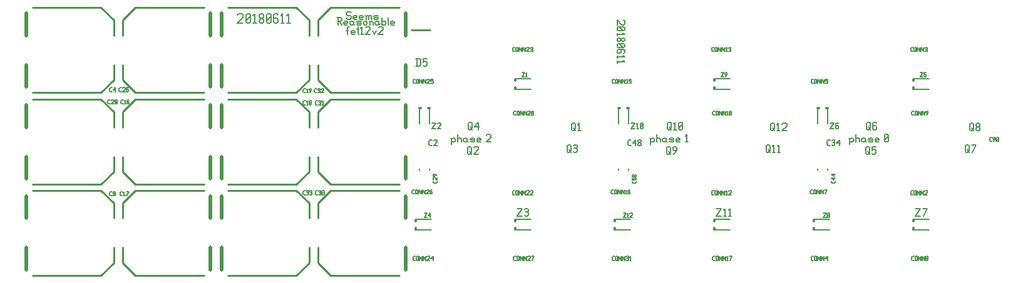
<source format=gbr>
G04 start of page 11 for group -4079 idx -4079 *
G04 Title: fet12v2, topsilk *
G04 Creator: pcb 20140316 *
G04 CreationDate: Wed 13 Jun 2018 07:35:06 AM GMT UTC *
G04 For: brian *
G04 Format: Gerber/RS-274X *
G04 PCB-Dimensions (mil): 6000.00 5000.00 *
G04 PCB-Coordinate-Origin: lower left *
%MOIN*%
%FSLAX25Y25*%
%LNTOPSILK*%
%ADD147C,0.0100*%
%ADD146C,0.0120*%
%ADD145C,0.0080*%
%ADD144C,0.0098*%
%ADD143C,0.0197*%
%ADD142C,0.0060*%
G54D142*X246990Y120070D02*Y117130D01*
X246500Y120560D02*X246990Y120070D01*
X247480Y120560D01*
X248460D01*
X248950Y120070D01*
Y119090D01*
X248460Y118600D02*X248950Y119090D01*
X247480Y118600D02*X248460D01*
X246990Y119090D02*X247480Y118600D01*
X250126Y122520D02*Y118600D01*
Y120070D02*X250616Y120560D01*
X251596D01*
X252086Y120070D01*
Y118600D01*
X254732Y120560D02*X255222Y120070D01*
X253752Y120560D02*X254732D01*
X253262Y120070D02*X253752Y120560D01*
X253262Y120070D02*Y119090D01*
X253752Y118600D01*
X255222Y120560D02*Y119090D01*
X255712Y118600D01*
X253752D02*X254732D01*
X255222Y119090D01*
X257378Y118600D02*X258848D01*
X259338Y119090D01*
X258848Y119580D02*X259338Y119090D01*
X257378Y119580D02*X258848D01*
X256888Y120070D02*X257378Y119580D01*
X256888Y120070D02*X257378Y120560D01*
X258848D01*
X259338Y120070D01*
X256888Y119090D02*X257378Y118600D01*
X261004D02*X262474D01*
X260514Y119090D02*X261004Y118600D01*
X260514Y120070D02*Y119090D01*
Y120070D02*X261004Y120560D01*
X261984D01*
X262474Y120070D01*
X260514Y119580D02*X262474D01*
Y120070D02*Y119580D01*
X265414Y122030D02*X265904Y122520D01*
X267374D01*
X267864Y122030D01*
Y121050D01*
X265414Y118600D02*X267864Y121050D01*
X265414Y118600D02*X267864D01*
X133000Y186200D02*X133600Y186800D01*
X135400D01*
X136000Y186200D01*
Y185000D01*
X133000Y182000D02*X136000Y185000D01*
X133000Y182000D02*X136000D01*
X137440Y182600D02*X138040Y182000D01*
X137440Y186200D02*Y182600D01*
Y186200D02*X138040Y186800D01*
X139240D01*
X139840Y186200D01*
Y182600D01*
X139240Y182000D02*X139840Y182600D01*
X138040Y182000D02*X139240D01*
X137440Y183200D02*X139840Y185600D01*
X141280Y185840D02*X142240Y186800D01*
Y182000D01*
X141280D02*X143080D01*
X144520Y182600D02*X145120Y182000D01*
X144520Y183560D02*Y182600D01*
Y183560D02*X145360Y184400D01*
X146080D01*
X146920Y183560D01*
Y182600D01*
X146320Y182000D02*X146920Y182600D01*
X145120Y182000D02*X146320D01*
X144520Y185240D02*X145360Y184400D01*
X144520Y186200D02*Y185240D01*
Y186200D02*X145120Y186800D01*
X146320D01*
X146920Y186200D01*
Y185240D01*
X146080Y184400D02*X146920Y185240D01*
X148360Y182600D02*X148960Y182000D01*
X148360Y186200D02*Y182600D01*
Y186200D02*X148960Y186800D01*
X150160D01*
X150760Y186200D01*
Y182600D01*
X150160Y182000D02*X150760Y182600D01*
X148960Y182000D02*X150160D01*
X148360Y183200D02*X150760Y185600D01*
X154000Y186800D02*X154600Y186200D01*
X152800Y186800D02*X154000D01*
X152200Y186200D02*X152800Y186800D01*
X152200Y186200D02*Y182600D01*
X152800Y182000D01*
X154000Y184640D02*X154600Y184040D01*
X152200Y184640D02*X154000D01*
X152800Y182000D02*X154000D01*
X154600Y182600D01*
Y184040D02*Y182600D01*
X156040Y185840D02*X157000Y186800D01*
Y182000D01*
X156040D02*X157840D01*
X159280Y185840D02*X160240Y186800D01*
Y182000D01*
X159280D02*X161080D01*
X192960Y188020D02*X193450Y187530D01*
X191490Y188020D02*X192960D01*
X191000Y187530D02*X191490Y188020D01*
X191000Y187530D02*Y186550D01*
X191490Y186060D01*
X192960D01*
X193450Y185570D01*
Y184590D01*
X192960Y184100D02*X193450Y184590D01*
X191490Y184100D02*X192960D01*
X191000Y184590D02*X191490Y184100D01*
X195116D02*X196586D01*
X194626Y184590D02*X195116Y184100D01*
X194626Y185570D02*Y184590D01*
Y185570D02*X195116Y186060D01*
X196096D01*
X196586Y185570D01*
X194626Y185080D02*X196586D01*
Y185570D02*Y185080D01*
X198252Y184100D02*X199722D01*
X197762Y184590D02*X198252Y184100D01*
X197762Y185570D02*Y184590D01*
Y185570D02*X198252Y186060D01*
X199232D01*
X199722Y185570D01*
X197762Y185080D02*X199722D01*
Y185570D02*Y185080D01*
X201388Y185570D02*Y184100D01*
Y185570D02*X201878Y186060D01*
X202368D01*
X202858Y185570D01*
Y184100D01*
Y185570D02*X203348Y186060D01*
X203838D01*
X204328Y185570D01*
Y184100D01*
X200898Y186060D02*X201388Y185570D01*
X205994Y184100D02*X207464D01*
X207954Y184590D01*
X207464Y185080D02*X207954Y184590D01*
X205994Y185080D02*X207464D01*
X205504Y185570D02*X205994Y185080D01*
X205504Y185570D02*X205994Y186060D01*
X207464D01*
X207954Y185570D01*
X205504Y184590D02*X205994Y184100D01*
X186000Y185020D02*X187960D01*
X188450Y184530D01*
Y183550D01*
X187960Y183060D02*X188450Y183550D01*
X186490Y183060D02*X187960D01*
X186490Y185020D02*Y181100D01*
X187274Y183060D02*X188450Y181100D01*
X190116D02*X191586D01*
X189626Y181590D02*X190116Y181100D01*
X189626Y182570D02*Y181590D01*
Y182570D02*X190116Y183060D01*
X191096D01*
X191586Y182570D01*
X189626Y182080D02*X191586D01*
Y182570D02*Y182080D01*
X194232Y183060D02*X194722Y182570D01*
X193252Y183060D02*X194232D01*
X192762Y182570D02*X193252Y183060D01*
X192762Y182570D02*Y181590D01*
X193252Y181100D01*
X194722Y183060D02*Y181590D01*
X195212Y181100D01*
X193252D02*X194232D01*
X194722Y181590D01*
X196878Y181100D02*X198348D01*
X198838Y181590D01*
X198348Y182080D02*X198838Y181590D01*
X196878Y182080D02*X198348D01*
X196388Y182570D02*X196878Y182080D01*
X196388Y182570D02*X196878Y183060D01*
X198348D01*
X198838Y182570D01*
X196388Y181590D02*X196878Y181100D01*
X200014Y182570D02*Y181590D01*
Y182570D02*X200504Y183060D01*
X201484D01*
X201974Y182570D01*
Y181590D01*
X201484Y181100D02*X201974Y181590D01*
X200504Y181100D02*X201484D01*
X200014Y181590D02*X200504Y181100D01*
X203640Y182570D02*Y181100D01*
Y182570D02*X204130Y183060D01*
X204620D01*
X205110Y182570D01*
Y181100D01*
X203150Y183060D02*X203640Y182570D01*
X207756Y183060D02*X208246Y182570D01*
X206776Y183060D02*X207756D01*
X206286Y182570D02*X206776Y183060D01*
X206286Y182570D02*Y181590D01*
X206776Y181100D01*
X208246Y183060D02*Y181590D01*
X208736Y181100D01*
X206776D02*X207756D01*
X208246Y181590D01*
X209912Y185020D02*Y181100D01*
Y181590D02*X210402Y181100D01*
X211382D01*
X211872Y181590D01*
Y182570D02*Y181590D01*
X211382Y183060D02*X211872Y182570D01*
X210402Y183060D02*X211382D01*
X209912Y182570D02*X210402Y183060D01*
X213048Y185020D02*Y181590D01*
X213538Y181100D01*
X215008D02*X216478D01*
X214518Y181590D02*X215008Y181100D01*
X214518Y182570D02*Y181590D01*
Y182570D02*X215008Y183060D01*
X215988D01*
X216478Y182570D01*
X214518Y182080D02*X216478D01*
Y182570D02*Y182080D01*
X191490Y179530D02*Y176100D01*
Y179530D02*X191980Y180020D01*
X192470D01*
X191000Y178060D02*X191980D01*
X193940Y176100D02*X195410D01*
X193450Y176590D02*X193940Y176100D01*
X193450Y177570D02*Y176590D01*
Y177570D02*X193940Y178060D01*
X194920D01*
X195410Y177570D01*
X193450Y177080D02*X195410D01*
Y177570D02*Y177080D01*
X197076Y180020D02*Y176590D01*
X197566Y176100D01*
X196586Y178550D02*X197566D01*
X198546Y179236D02*X199330Y180020D01*
Y176100D01*
X198546D02*X200016D01*
X201192Y179530D02*X201682Y180020D01*
X203152D01*
X203642Y179530D01*
Y178550D01*
X201192Y176100D02*X203642Y178550D01*
X201192Y176100D02*X203642D01*
X204818Y178060D02*X205798Y176100D01*
X206778Y178060D02*X205798Y176100D01*
X207954Y179530D02*X208444Y180020D01*
X209914D01*
X210404Y179530D01*
Y178550D01*
X207954Y176100D02*X210404Y178550D01*
X207954Y176100D02*X210404D01*
X352990Y120070D02*Y117130D01*
X352500Y120560D02*X352990Y120070D01*
X353480Y120560D01*
X354460D01*
X354950Y120070D01*
Y119090D01*
X354460Y118600D02*X354950Y119090D01*
X353480Y118600D02*X354460D01*
X352990Y119090D02*X353480Y118600D01*
X356126Y122520D02*Y118600D01*
Y120070D02*X356616Y120560D01*
X357596D01*
X358086Y120070D01*
Y118600D01*
X360732Y120560D02*X361222Y120070D01*
X359752Y120560D02*X360732D01*
X359262Y120070D02*X359752Y120560D01*
X359262Y120070D02*Y119090D01*
X359752Y118600D01*
X361222Y120560D02*Y119090D01*
X361712Y118600D01*
X359752D02*X360732D01*
X361222Y119090D01*
X363378Y118600D02*X364848D01*
X365338Y119090D01*
X364848Y119580D02*X365338Y119090D01*
X363378Y119580D02*X364848D01*
X362888Y120070D02*X363378Y119580D01*
X362888Y120070D02*X363378Y120560D01*
X364848D01*
X365338Y120070D01*
X362888Y119090D02*X363378Y118600D01*
X367004D02*X368474D01*
X366514Y119090D02*X367004Y118600D01*
X366514Y120070D02*Y119090D01*
Y120070D02*X367004Y120560D01*
X367984D01*
X368474Y120070D01*
X366514Y119580D02*X368474D01*
Y120070D02*Y119580D01*
X371414Y121736D02*X372198Y122520D01*
Y118600D01*
X371414D02*X372884D01*
X458990Y120070D02*Y117130D01*
X458500Y120560D02*X458990Y120070D01*
X459480Y120560D01*
X460460D01*
X460950Y120070D01*
Y119090D01*
X460460Y118600D02*X460950Y119090D01*
X459480Y118600D02*X460460D01*
X458990Y119090D02*X459480Y118600D01*
X462126Y122520D02*Y118600D01*
Y120070D02*X462616Y120560D01*
X463596D01*
X464086Y120070D01*
Y118600D01*
X466732Y120560D02*X467222Y120070D01*
X465752Y120560D02*X466732D01*
X465262Y120070D02*X465752Y120560D01*
X465262Y120070D02*Y119090D01*
X465752Y118600D01*
X467222Y120560D02*Y119090D01*
X467712Y118600D01*
X465752D02*X466732D01*
X467222Y119090D01*
X469378Y118600D02*X470848D01*
X471338Y119090D01*
X470848Y119580D02*X471338Y119090D01*
X469378Y119580D02*X470848D01*
X468888Y120070D02*X469378Y119580D01*
X468888Y120070D02*X469378Y120560D01*
X470848D01*
X471338Y120070D01*
X468888Y119090D02*X469378Y118600D01*
X473004D02*X474474D01*
X472514Y119090D02*X473004Y118600D01*
X472514Y120070D02*Y119090D01*
Y120070D02*X473004Y120560D01*
X473984D01*
X474474Y120070D01*
X472514Y119580D02*X474474D01*
Y120070D02*Y119580D01*
X477414Y119090D02*X477904Y118600D01*
X477414Y122030D02*Y119090D01*
Y122030D02*X477904Y122520D01*
X478884D01*
X479374Y122030D01*
Y119090D01*
X478884Y118600D02*X479374Y119090D01*
X477904Y118600D02*X478884D01*
X477414Y119580D02*X479374Y121540D01*
X338530Y183500D02*X339020Y183010D01*
Y181540D01*
X338530Y181050D01*
X337550D02*X338530D01*
X335100Y183500D02*X337550Y181050D01*
X335100Y183500D02*Y181050D01*
X335590Y179874D02*X335100Y179384D01*
X335590Y179874D02*X338530D01*
X339020Y179384D01*
Y178404D01*
X338530Y177914D01*
X335590D02*X338530D01*
X335100Y178404D02*X335590Y177914D01*
X335100Y179384D02*Y178404D01*
X336080Y179874D02*X338040Y177914D01*
X338236Y176738D02*X339020Y175954D01*
X335100D02*X339020D01*
X335100Y176738D02*Y175268D01*
X335590Y174092D02*X335100Y173602D01*
X335590Y174092D02*X336374D01*
X337060Y173406D01*
Y172818D01*
X336374Y172132D01*
X335590D02*X336374D01*
X335100Y172622D02*X335590Y172132D01*
X335100Y173602D02*Y172622D01*
X337746Y174092D02*X337060Y173406D01*
X337746Y174092D02*X338530D01*
X339020Y173602D01*
Y172622D01*
X338530Y172132D01*
X337746D02*X338530D01*
X337060Y172818D02*X337746Y172132D01*
X335590Y170956D02*X335100Y170466D01*
X335590Y170956D02*X338530D01*
X339020Y170466D01*
Y169486D01*
X338530Y168996D01*
X335590D02*X338530D01*
X335100Y169486D02*X335590Y168996D01*
X335100Y170466D02*Y169486D01*
X336080Y170956D02*X338040Y168996D01*
X339020Y166350D02*X338530Y165860D01*
X339020Y167330D02*Y166350D01*
X338530Y167820D02*X339020Y167330D01*
X335590Y167820D02*X338530D01*
X335590D02*X335100Y167330D01*
X337256Y166350D02*X336766Y165860D01*
X337256Y167820D02*Y166350D01*
X335100Y167330D02*Y166350D01*
X335590Y165860D01*
X336766D01*
X338236Y164684D02*X339020Y163900D01*
X335100D02*X339020D01*
X335100Y164684D02*Y163214D01*
X338236Y162038D02*X339020Y161254D01*
X335100D02*X339020D01*
X335100Y162038D02*Y160568D01*
G54D143*X124469Y62126D02*Y50315D01*
Y89685D02*Y77874D01*
G54D144*X127815Y47362D02*X164331D01*
X127815Y92638D02*X164331D01*
X171024Y85945D01*
X164331Y47362D02*X171024Y54055D01*
Y85945D02*Y77874D01*
Y62126D02*Y54055D01*
G54D143*X222531Y89685D02*Y77874D01*
Y62126D02*Y50315D01*
G54D144*X182669Y92638D02*X219185D01*
X182669Y47362D02*X219185D01*
X182669D02*X175976Y54055D01*
X182669Y92638D02*X175976Y85945D01*
Y62126D02*Y54055D01*
Y85945D02*Y77874D01*
G54D143*X118531Y89685D02*Y77874D01*
Y62126D02*Y50315D01*
G54D144*X78669Y92638D02*X115185D01*
X78669Y47362D02*X115185D01*
X78669D02*X71976Y54055D01*
X78669Y92638D02*X71976Y85945D01*
Y62126D02*Y54055D01*
Y85945D02*Y77874D01*
G54D145*X235255Y104393D02*Y103607D01*
X229745Y104393D02*Y103607D01*
G54D146*X227866Y77059D02*Y76350D01*
Y72650D02*Y71941D01*
G54D145*X227669Y77256D02*X236331D01*
X227669Y71744D02*X236331D01*
G54D143*X20469Y62126D02*Y50315D01*
Y89685D02*Y77874D01*
G54D144*X23815Y47362D02*X60331D01*
X23815Y92638D02*X60331D01*
X67024Y85945D01*
X60331Y47362D02*X67024Y54055D01*
Y85945D02*Y77874D01*
Y62126D02*Y54055D01*
G54D143*X222531Y187185D02*Y175374D01*
Y159626D02*Y147815D01*
G54D144*X182669Y190138D02*X219185D01*
X182669Y144862D02*X219185D01*
X182669D02*X175976Y151555D01*
X182669Y190138D02*X175976Y183445D01*
Y159626D02*Y151555D01*
Y183445D02*Y175374D01*
G54D143*X222531Y138185D02*Y126374D01*
Y110626D02*Y98815D01*
G54D144*X182669Y141138D02*X219185D01*
X182669Y95862D02*X219185D01*
X182669D02*X175976Y102555D01*
X182669Y141138D02*X175976Y134445D01*
Y110626D02*Y102555D01*
Y134445D02*Y126374D01*
G54D146*X234350Y136634D02*X235059D01*
X229941D02*X230650D01*
G54D145*X235256Y136831D02*Y128169D01*
X229744Y136831D02*Y128169D01*
G54D143*X118531Y187185D02*Y175374D01*
Y159626D02*Y147815D01*
G54D144*X78669Y190138D02*X115185D01*
X78669Y144862D02*X115185D01*
X78669D02*X71976Y151555D01*
X78669Y190138D02*X71976Y183445D01*
Y159626D02*Y151555D01*
Y183445D02*Y175374D01*
G54D143*X118531Y138185D02*Y126374D01*
Y110626D02*Y98815D01*
G54D144*X78669Y141138D02*X115185D01*
X78669Y95862D02*X115185D01*
X78669D02*X71976Y102555D01*
X78669Y141138D02*X71976Y134445D01*
Y110626D02*Y102555D01*
Y134445D02*Y126374D01*
G54D143*X20469Y110626D02*Y98815D01*
Y138185D02*Y126374D01*
G54D144*X23815Y95862D02*X60331D01*
X23815Y141138D02*X60331D01*
X67024Y134445D01*
X60331Y95862D02*X67024Y102555D01*
Y134445D02*Y126374D01*
Y110626D02*Y102555D01*
G54D143*X20469Y159626D02*Y147815D01*
Y187185D02*Y175374D01*
G54D144*X23815Y144862D02*X60331D01*
X23815Y190138D02*X60331D01*
X67024Y183445D01*
X60331Y144862D02*X67024Y151555D01*
Y183445D02*Y175374D01*
Y159626D02*Y151555D01*
G54D143*X124469Y159626D02*Y147815D01*
Y187185D02*Y175374D01*
G54D144*X127815Y144862D02*X164331D01*
X127815Y190138D02*X164331D01*
X171024Y183445D01*
X164331Y144862D02*X171024Y151555D01*
Y183445D02*Y175374D01*
Y159626D02*Y151555D01*
G54D143*X124469Y110626D02*Y98815D01*
Y138185D02*Y126374D01*
G54D144*X127815Y95862D02*X164331D01*
X127815Y141138D02*X164331D01*
X171024Y134445D01*
X164331Y95862D02*X171024Y102555D01*
Y134445D02*Y126374D01*
Y110626D02*Y102555D01*
G54D146*X492866Y152059D02*Y151350D01*
Y147650D02*Y146941D01*
G54D145*X492669Y152256D02*X501331D01*
X492669Y146744D02*X501331D01*
G54D146*X492866Y77059D02*Y76350D01*
Y72650D02*Y71941D01*
G54D145*X492669Y77256D02*X501331D01*
X492669Y71744D02*X501331D01*
G54D146*X439866Y77059D02*Y76350D01*
Y72650D02*Y71941D01*
G54D145*X439669Y77256D02*X448331D01*
X439669Y71744D02*X448331D01*
X447255Y104393D02*Y103607D01*
X441745Y104393D02*Y103607D01*
G54D146*X446350Y136634D02*X447059D01*
X441941D02*X442650D01*
G54D145*X447256Y136831D02*Y128169D01*
X441744Y136831D02*Y128169D01*
G54D146*X386866Y152059D02*Y151350D01*
Y147650D02*Y146941D01*
G54D145*X386669Y152256D02*X395331D01*
X386669Y146744D02*X395331D01*
G54D146*X386866Y77059D02*Y76350D01*
Y72650D02*Y71941D01*
G54D145*X386669Y77256D02*X395331D01*
X386669Y71744D02*X395331D01*
X341255Y104393D02*Y103607D01*
X335745Y104393D02*Y103607D01*
G54D146*X340350Y136634D02*X341059D01*
X335941D02*X336650D01*
G54D145*X341256Y136831D02*Y128169D01*
X335744Y136831D02*Y128169D01*
G54D146*X333866Y77059D02*Y76350D01*
Y72650D02*Y71941D01*
G54D145*X333669Y77256D02*X342331D01*
X333669Y71744D02*X342331D01*
G54D147*X225500Y178400D02*X235500D01*
G54D146*X280866Y152059D02*Y151350D01*
Y147650D02*Y146941D01*
G54D145*X280669Y152256D02*X289331D01*
X280669Y146744D02*X289331D01*
G54D146*X280866Y77059D02*Y76350D01*
Y72650D02*Y71941D01*
G54D145*X280669Y77256D02*X289331D01*
X280669Y71744D02*X289331D01*
G54D142*X447532Y116700D02*X448520D01*
X447000Y117232D02*X447532Y116700D01*
X447000Y119208D02*Y117232D01*
Y119208D02*X447532Y119740D01*
X448520D01*
X449432Y119360D02*X449812Y119740D01*
X450572D01*
X450952Y119360D01*
X450572Y116700D02*X450952Y117080D01*
X449812Y116700D02*X450572D01*
X449432Y117080D02*X449812Y116700D01*
Y118372D02*X450572D01*
X450952Y119360D02*Y118752D01*
Y117992D02*Y117080D01*
Y117992D02*X450572Y118372D01*
X450952Y118752D02*X450572Y118372D01*
X451864Y117840D02*X453384Y119740D01*
X451864Y117840D02*X453764D01*
X453384Y119740D02*Y116700D01*
X438878Y149800D02*X439580D01*
X438500Y150178D02*X438878Y149800D01*
X438500Y151582D02*Y150178D01*
Y151582D02*X438878Y151960D01*
X439580D01*
X440228Y151690D02*Y150070D01*
Y151690D02*X440498Y151960D01*
X441038D01*
X441308Y151690D01*
Y150070D01*
X441038Y149800D02*X441308Y150070D01*
X440498Y149800D02*X441038D01*
X440228Y150070D02*X440498Y149800D01*
X441956Y151960D02*Y149800D01*
Y151960D02*X443306Y149800D01*
Y151960D02*Y149800D01*
X443954Y151960D02*Y149800D01*
Y151960D02*X445304Y149800D01*
Y151960D02*Y149800D01*
X445952Y151960D02*X447032D01*
X445952D02*Y150880D01*
X446222Y151150D01*
X446762D01*
X447032Y150880D01*
Y150070D01*
X446762Y149800D02*X447032Y150070D01*
X446222Y149800D02*X446762D01*
X445952Y150070D02*X446222Y149800D01*
X448500Y128730D02*X450425D01*
X448500Y125650D02*X450425Y128730D01*
X448500Y125650D02*X450425D01*
X452504Y128730D02*X452889Y128345D01*
X451734Y128730D02*X452504D01*
X451349Y128345D02*X451734Y128730D01*
X451349Y128345D02*Y126035D01*
X451734Y125650D01*
X452504Y127344D02*X452889Y126959D01*
X451349Y127344D02*X452504D01*
X451734Y125650D02*X452504D01*
X452889Y126035D01*
Y126959D02*Y126035D01*
X491878Y166800D02*X492580D01*
X491500Y167178D02*X491878Y166800D01*
X491500Y168582D02*Y167178D01*
Y168582D02*X491878Y168960D01*
X492580D01*
X493228Y168690D02*Y167070D01*
Y168690D02*X493498Y168960D01*
X494038D01*
X494308Y168690D01*
Y167070D01*
X494038Y166800D02*X494308Y167070D01*
X493498Y166800D02*X494038D01*
X493228Y167070D02*X493498Y166800D01*
X494956Y168960D02*Y166800D01*
Y168960D02*X496306Y166800D01*
Y168960D02*Y166800D01*
X496954Y168960D02*Y166800D01*
Y168960D02*X498304Y166800D01*
Y168960D02*Y166800D01*
X498952Y168690D02*X499222Y168960D01*
X499762D01*
X500032Y168690D01*
X499762Y166800D02*X500032Y167070D01*
X499222Y166800D02*X499762D01*
X498952Y167070D02*X499222Y166800D01*
Y167988D02*X499762D01*
X500032Y168690D02*Y168258D01*
Y167718D02*Y167070D01*
Y167718D02*X499762Y167988D01*
X500032Y168258D02*X499762Y167988D01*
X492378Y132800D02*X493080D01*
X492000Y133178D02*X492378Y132800D01*
X492000Y134582D02*Y133178D01*
Y134582D02*X492378Y134960D01*
X493080D01*
X493728Y134690D02*Y133070D01*
Y134690D02*X493998Y134960D01*
X494538D01*
X494808Y134690D01*
Y133070D01*
X494538Y132800D02*X494808Y133070D01*
X493998Y132800D02*X494538D01*
X493728Y133070D02*X493998Y132800D01*
X495456Y134960D02*Y132800D01*
Y134960D02*X496806Y132800D01*
Y134960D02*Y132800D01*
X497454Y134960D02*Y132800D01*
Y134960D02*X498804Y132800D01*
Y134960D02*Y132800D01*
X499722D02*X500532Y133880D01*
Y134690D02*Y133880D01*
X500262Y134960D02*X500532Y134690D01*
X499722Y134960D02*X500262D01*
X499452Y134690D02*X499722Y134960D01*
X499452Y134690D02*Y134150D01*
X499722Y133880D01*
X500532D01*
X496500Y155460D02*X497850D01*
X496500Y153300D02*X497850Y155460D01*
X496500Y153300D02*X497850D01*
X498498Y155460D02*X499578D01*
X498498D02*Y154380D01*
X498768Y154650D01*
X499308D01*
X499578Y154380D01*
Y153570D01*
X499308Y153300D02*X499578Y153570D01*
X498768Y153300D02*X499308D01*
X498498Y153570D02*X498768Y153300D01*
X468000Y128500D02*Y125500D01*
Y128500D02*X468500Y129000D01*
X469500D01*
X470000Y128500D01*
Y126000D01*
X469000Y125000D02*X470000Y126000D01*
X468500Y125000D02*X469000D01*
X468000Y125500D02*X468500Y125000D01*
X469000Y126500D02*X470000Y125000D01*
X472700Y129000D02*X473200Y128500D01*
X471700Y129000D02*X472700D01*
X471200Y128500D02*X471700Y129000D01*
X471200Y128500D02*Y125500D01*
X471700Y125000D01*
X472700Y127200D02*X473200Y126700D01*
X471200Y127200D02*X472700D01*
X471700Y125000D02*X472700D01*
X473200Y125500D01*
Y126700D02*Y125500D01*
X386378Y132800D02*X387080D01*
X386000Y133178D02*X386378Y132800D01*
X386000Y134582D02*Y133178D01*
Y134582D02*X386378Y134960D01*
X387080D01*
X387728Y134690D02*Y133070D01*
Y134690D02*X387998Y134960D01*
X388538D01*
X388808Y134690D01*
Y133070D01*
X388538Y132800D02*X388808Y133070D01*
X387998Y132800D02*X388538D01*
X387728Y133070D02*X387998Y132800D01*
X389456Y134960D02*Y132800D01*
Y134960D02*X390806Y132800D01*
Y134960D02*Y132800D01*
X391454Y134960D02*Y132800D01*
Y134960D02*X392804Y132800D01*
Y134960D02*Y132800D01*
X393452Y134528D02*X393884Y134960D01*
Y132800D01*
X393452D02*X394262D01*
X394910Y133070D02*X395180Y132800D01*
X394910Y133502D02*Y133070D01*
Y133502D02*X395288Y133880D01*
X395612D01*
X395990Y133502D01*
Y133070D01*
X395720Y132800D02*X395990Y133070D01*
X395180Y132800D02*X395720D01*
X394910Y134258D02*X395288Y133880D01*
X394910Y134690D02*Y134258D01*
Y134690D02*X395180Y134960D01*
X395720D01*
X395990Y134690D01*
Y134258D01*
X395612Y133880D02*X395990Y134258D01*
X362000Y128500D02*Y125500D01*
Y128500D02*X362500Y129000D01*
X363500D01*
X364000Y128500D01*
Y126000D01*
X363000Y125000D02*X364000Y126000D01*
X362500Y125000D02*X363000D01*
X362000Y125500D02*X362500Y125000D01*
X363000Y126500D02*X364000Y125000D01*
X365200Y128200D02*X366000Y129000D01*
Y125000D01*
X365200D02*X366700D01*
X367900Y125500D02*X368400Y125000D01*
X367900Y128500D02*Y125500D01*
Y128500D02*X368400Y129000D01*
X369400D01*
X369900Y128500D01*
Y125500D01*
X369400Y125000D02*X369900Y125500D01*
X368400Y125000D02*X369400D01*
X367900Y126000D02*X369900Y128000D01*
X523000D02*Y125000D01*
Y128000D02*X523500Y128500D01*
X524500D01*
X525000Y128000D01*
Y125500D01*
X524000Y124500D02*X525000Y125500D01*
X523500Y124500D02*X524000D01*
X523000Y125000D02*X523500Y124500D01*
X524000Y126000D02*X525000Y124500D01*
X526200Y125000D02*X526700Y124500D01*
X526200Y125800D02*Y125000D01*
Y125800D02*X526900Y126500D01*
X527500D01*
X528200Y125800D01*
Y125000D01*
X527700Y124500D02*X528200Y125000D01*
X526700Y124500D02*X527700D01*
X526200Y127200D02*X526900Y126500D01*
X526200Y128000D02*Y127200D01*
Y128000D02*X526700Y128500D01*
X527700D01*
X528200Y128000D01*
Y127200D01*
X527500Y126500D02*X528200Y127200D01*
X520500Y116500D02*Y113500D01*
Y116500D02*X521000Y117000D01*
X522000D01*
X522500Y116500D01*
Y114000D01*
X521500Y113000D02*X522500Y114000D01*
X521000Y113000D02*X521500D01*
X520500Y113500D02*X521000Y113000D01*
X521500Y114500D02*X522500Y113000D01*
X524200D02*X526200Y117000D01*
X523700D02*X526200D01*
X533878Y118800D02*X534580D01*
X533500Y119178D02*X533878Y118800D01*
X533500Y120582D02*Y119178D01*
Y120582D02*X533878Y120960D01*
X534580D01*
X535498Y118800D02*X536308Y119880D01*
Y120690D02*Y119880D01*
X536038Y120960D02*X536308Y120690D01*
X535498Y120960D02*X536038D01*
X535228Y120690D02*X535498Y120960D01*
X535228Y120690D02*Y120150D01*
X535498Y119880D01*
X536308D01*
X536956Y119070D02*X537226Y118800D01*
X536956Y120690D02*Y119070D01*
Y120690D02*X537226Y120960D01*
X537766D01*
X538036Y120690D01*
Y119070D01*
X537766Y118800D02*X538036Y119070D01*
X537226Y118800D02*X537766D01*
X536956Y119340D02*X538036Y120420D01*
X491878Y90300D02*X492580D01*
X491500Y90678D02*X491878Y90300D01*
X491500Y92082D02*Y90678D01*
Y92082D02*X491878Y92460D01*
X492580D01*
X493228Y92190D02*Y90570D01*
Y92190D02*X493498Y92460D01*
X494038D01*
X494308Y92190D01*
Y90570D01*
X494038Y90300D02*X494308Y90570D01*
X493498Y90300D02*X494038D01*
X493228Y90570D02*X493498Y90300D01*
X494956Y92460D02*Y90300D01*
Y92460D02*X496306Y90300D01*
Y92460D02*Y90300D01*
X496954Y92460D02*Y90300D01*
Y92460D02*X498304Y90300D01*
Y92460D02*Y90300D01*
X498952Y92190D02*X499222Y92460D01*
X500032D01*
X500302Y92190D01*
Y91650D01*
X498952Y90300D02*X500302Y91650D01*
X498952Y90300D02*X500302D01*
X494000Y83000D02*X496500D01*
X494000Y79000D02*X496500Y83000D01*
X494000Y79000D02*X496500D01*
X498200D02*X500200Y83000D01*
X497700D02*X500200D01*
X492378Y55300D02*X493080D01*
X492000Y55678D02*X492378Y55300D01*
X492000Y57082D02*Y55678D01*
Y57082D02*X492378Y57460D01*
X493080D01*
X493728Y57190D02*Y55570D01*
Y57190D02*X493998Y57460D01*
X494538D01*
X494808Y57190D01*
Y55570D01*
X494538Y55300D02*X494808Y55570D01*
X493998Y55300D02*X494538D01*
X493728Y55570D02*X493998Y55300D01*
X495456Y57460D02*Y55300D01*
Y57460D02*X496806Y55300D01*
Y57460D02*Y55300D01*
X497454Y57460D02*Y55300D01*
Y57460D02*X498804Y55300D01*
Y57460D02*Y55300D01*
X499452Y55570D02*X499722Y55300D01*
X499452Y56002D02*Y55570D01*
Y56002D02*X499830Y56380D01*
X500154D01*
X500532Y56002D01*
Y55570D01*
X500262Y55300D02*X500532Y55570D01*
X499722Y55300D02*X500262D01*
X499452Y56758D02*X499830Y56380D01*
X499452Y57190D02*Y56758D01*
Y57190D02*X499722Y57460D01*
X500262D01*
X500532Y57190D01*
Y56758D01*
X500154Y56380D02*X500532Y56758D01*
X451200Y97580D02*Y96878D01*
X450822Y96500D02*X451200Y96878D01*
X449418Y96500D02*X450822D01*
X449418D02*X449040Y96878D01*
Y97580D02*Y96878D01*
X450390Y98228D02*X449040Y99308D01*
X450390Y99578D02*Y98228D01*
X449040Y99308D02*X451200D01*
X450390Y100226D02*X449040Y101306D01*
X450390Y101576D02*Y100226D01*
X449040Y101306D02*X451200D01*
X438378Y90800D02*X439080D01*
X438000Y91178D02*X438378Y90800D01*
X438000Y92582D02*Y91178D01*
Y92582D02*X438378Y92960D01*
X439080D01*
X439728Y92690D02*Y91070D01*
Y92690D02*X439998Y92960D01*
X440538D01*
X440808Y92690D01*
Y91070D01*
X440538Y90800D02*X440808Y91070D01*
X439998Y90800D02*X440538D01*
X439728Y91070D02*X439998Y90800D01*
X441456Y92960D02*Y90800D01*
Y92960D02*X442806Y90800D01*
Y92960D02*Y90800D01*
X443454Y92960D02*Y90800D01*
Y92960D02*X444804Y90800D01*
Y92960D02*Y90800D01*
X445722D02*X446802Y92960D01*
X445452D02*X446802D01*
X438878Y55300D02*X439580D01*
X438500Y55678D02*X438878Y55300D01*
X438500Y57082D02*Y55678D01*
Y57082D02*X438878Y57460D01*
X439580D01*
X440228Y57190D02*Y55570D01*
Y57190D02*X440498Y57460D01*
X441038D01*
X441308Y57190D01*
Y55570D01*
X441038Y55300D02*X441308Y55570D01*
X440498Y55300D02*X441038D01*
X440228Y55570D02*X440498Y55300D01*
X441956Y57460D02*Y55300D01*
Y57460D02*X443306Y55300D01*
Y57460D02*Y55300D01*
X443954Y57460D02*Y55300D01*
Y57460D02*X445304Y55300D01*
Y57460D02*Y55300D01*
X445952Y56110D02*X447032Y57460D01*
X445952Y56110D02*X447302D01*
X447032Y57460D02*Y55300D01*
X445000Y80460D02*X446350D01*
X445000Y78300D02*X446350Y80460D01*
X445000Y78300D02*X446350D01*
X446998Y78570D02*X447268Y78300D01*
X446998Y79002D02*Y78570D01*
Y79002D02*X447376Y79380D01*
X447700D01*
X448078Y79002D01*
Y78570D01*
X447808Y78300D02*X448078Y78570D01*
X447268Y78300D02*X447808D01*
X446998Y79758D02*X447376Y79380D01*
X446998Y80190D02*Y79758D01*
Y80190D02*X447268Y80460D01*
X447808D01*
X448078Y80190D01*
Y79758D01*
X447700Y79380D02*X448078Y79758D01*
X467500Y115500D02*Y112500D01*
Y115500D02*X468000Y116000D01*
X469000D01*
X469500Y115500D01*
Y113000D01*
X468500Y112000D02*X469500Y113000D01*
X468000Y112000D02*X468500D01*
X467500Y112500D02*X468000Y112000D01*
X468500Y113500D02*X469500Y112000D01*
X470700Y116000D02*X472700D01*
X470700D02*Y114000D01*
X471200Y114500D01*
X472200D01*
X472700Y114000D01*
Y112500D01*
X472200Y112000D02*X472700Y112500D01*
X471200Y112000D02*X472200D01*
X470700Y112500D02*X471200Y112000D01*
X417000Y128000D02*Y125000D01*
Y128000D02*X417500Y128500D01*
X418500D01*
X419000Y128000D01*
Y125500D01*
X418000Y124500D02*X419000Y125500D01*
X417500Y124500D02*X418000D01*
X417000Y125000D02*X417500Y124500D01*
X418000Y126000D02*X419000Y124500D01*
X420200Y127700D02*X421000Y128500D01*
Y124500D01*
X420200D02*X421700D01*
X422900Y128000D02*X423400Y128500D01*
X424900D01*
X425400Y128000D01*
Y127000D01*
X422900Y124500D02*X425400Y127000D01*
X422900Y124500D02*X425400D01*
X414500Y116500D02*Y113500D01*
Y116500D02*X415000Y117000D01*
X416000D01*
X416500Y116500D01*
Y114000D01*
X415500Y113000D02*X416500Y114000D01*
X415000Y113000D02*X415500D01*
X414500Y113500D02*X415000Y113000D01*
X415500Y114500D02*X416500Y113000D01*
X417700Y116200D02*X418500Y117000D01*
Y113000D01*
X417700D02*X419200D01*
X420400Y116200D02*X421200Y117000D01*
Y113000D01*
X420400D02*X421900D01*
X341532Y116700D02*X342520D01*
X341000Y117232D02*X341532Y116700D01*
X341000Y119208D02*Y117232D01*
Y119208D02*X341532Y119740D01*
X342520D01*
X343432Y117840D02*X344952Y119740D01*
X343432Y117840D02*X345332D01*
X344952Y119740D02*Y116700D01*
X346244Y117080D02*X346624Y116700D01*
X346244Y117688D02*Y117080D01*
Y117688D02*X346776Y118220D01*
X347232D01*
X347764Y117688D01*
Y117080D01*
X347384Y116700D02*X347764Y117080D01*
X346624Y116700D02*X347384D01*
X346244Y118752D02*X346776Y118220D01*
X346244Y119360D02*Y118752D01*
Y119360D02*X346624Y119740D01*
X347384D01*
X347764Y119360D01*
Y118752D01*
X347232Y118220D02*X347764Y118752D01*
X345200Y97580D02*Y96878D01*
X344822Y96500D02*X345200Y96878D01*
X343418Y96500D02*X344822D01*
X343418D02*X343040Y96878D01*
Y97580D02*Y96878D01*
Y99308D02*Y98228D01*
X344120D01*
X343850Y98498D01*
Y99038D02*Y98498D01*
Y99038D02*X344120Y99308D01*
X344930D01*
X345200Y99038D02*X344930Y99308D01*
X345200Y99038D02*Y98498D01*
X344930Y98228D02*X345200Y98498D01*
X344930Y99956D02*X345200Y100226D01*
X344498Y99956D02*X344930D01*
X344498D02*X344120Y100334D01*
Y100658D02*Y100334D01*
Y100658D02*X344498Y101036D01*
X344930D01*
X345200Y100766D02*X344930Y101036D01*
X345200Y100766D02*Y100226D01*
X343742Y99956D02*X344120Y100334D01*
X343310Y99956D02*X343742D01*
X343310D02*X343040Y100226D01*
Y100766D02*Y100226D01*
Y100766D02*X343310Y101036D01*
X343742D01*
X344120Y100658D02*X343742Y101036D01*
X338500Y80460D02*X339850D01*
X338500Y78300D02*X339850Y80460D01*
X338500Y78300D02*X339850D01*
X340498Y80028D02*X340930Y80460D01*
Y78300D01*
X340498D02*X341308D01*
X341956Y80190D02*X342226Y80460D01*
X343036D01*
X343306Y80190D01*
Y79650D01*
X341956Y78300D02*X343306Y79650D01*
X341956Y78300D02*X343306D01*
X361500Y115500D02*Y112500D01*
Y115500D02*X362000Y116000D01*
X363000D01*
X363500Y115500D01*
Y113000D01*
X362500Y112000D02*X363500Y113000D01*
X362000Y112000D02*X362500D01*
X361500Y112500D02*X362000Y112000D01*
X362500Y113500D02*X363500Y112000D01*
X365200D02*X366700Y114000D01*
Y115500D02*Y114000D01*
X366200Y116000D02*X366700Y115500D01*
X365200Y116000D02*X366200D01*
X364700Y115500D02*X365200Y116000D01*
X364700Y115500D02*Y114500D01*
X365200Y114000D01*
X366700D01*
X388000Y83000D02*X390500D01*
X388000Y79000D02*X390500Y83000D01*
X388000Y79000D02*X390500D01*
X391700Y82200D02*X392500Y83000D01*
Y79000D01*
X391700D02*X393200D01*
X394400Y82200D02*X395200Y83000D01*
Y79000D01*
X394400D02*X395900D01*
X332878Y55300D02*X333580D01*
X332500Y55678D02*X332878Y55300D01*
X332500Y57082D02*Y55678D01*
Y57082D02*X332878Y57460D01*
X333580D01*
X334228Y57190D02*Y55570D01*
Y57190D02*X334498Y57460D01*
X335038D01*
X335308Y57190D01*
Y55570D01*
X335038Y55300D02*X335308Y55570D01*
X334498Y55300D02*X335038D01*
X334228Y55570D02*X334498Y55300D01*
X335956Y57460D02*Y55300D01*
Y57460D02*X337306Y55300D01*
Y57460D02*Y55300D01*
X337954Y57460D02*Y55300D01*
Y57460D02*X339304Y55300D01*
Y57460D02*Y55300D01*
X339952Y57190D02*X340222Y57460D01*
X340762D01*
X341032Y57190D01*
X340762Y55300D02*X341032Y55570D01*
X340222Y55300D02*X340762D01*
X339952Y55570D02*X340222Y55300D01*
Y56488D02*X340762D01*
X341032Y57190D02*Y56758D01*
Y56218D02*Y55570D01*
Y56218D02*X340762Y56488D01*
X341032Y56758D02*X340762Y56488D01*
X341680Y57028D02*X342112Y57460D01*
Y55300D01*
X341680D02*X342490D01*
X386378D02*X387080D01*
X386000Y55678D02*X386378Y55300D01*
X386000Y57082D02*Y55678D01*
Y57082D02*X386378Y57460D01*
X387080D01*
X387728Y57190D02*Y55570D01*
Y57190D02*X387998Y57460D01*
X388538D01*
X388808Y57190D01*
Y55570D01*
X388538Y55300D02*X388808Y55570D01*
X387998Y55300D02*X388538D01*
X387728Y55570D02*X387998Y55300D01*
X389456Y57460D02*Y55300D01*
Y57460D02*X390806Y55300D01*
Y57460D02*Y55300D01*
X391454Y57460D02*Y55300D01*
Y57460D02*X392804Y55300D01*
Y57460D02*Y55300D01*
X393452Y57028D02*X393884Y57460D01*
Y55300D01*
X393452D02*X394262D01*
X395180D02*X396260Y57460D01*
X394910D02*X396260D01*
X385878Y166800D02*X386580D01*
X385500Y167178D02*X385878Y166800D01*
X385500Y168582D02*Y167178D01*
Y168582D02*X385878Y168960D01*
X386580D01*
X387228Y168690D02*Y167070D01*
Y168690D02*X387498Y168960D01*
X388038D01*
X388308Y168690D01*
Y167070D01*
X388038Y166800D02*X388308Y167070D01*
X387498Y166800D02*X388038D01*
X387228Y167070D02*X387498Y166800D01*
X388956Y168960D02*Y166800D01*
Y168960D02*X390306Y166800D01*
Y168960D02*Y166800D01*
X390954Y168960D02*Y166800D01*
Y168960D02*X392304Y166800D01*
Y168960D02*Y166800D01*
X392952Y168528D02*X393384Y168960D01*
Y166800D01*
X392952D02*X393762D01*
X394410Y168690D02*X394680Y168960D01*
X395220D01*
X395490Y168690D01*
X395220Y166800D02*X395490Y167070D01*
X394680Y166800D02*X395220D01*
X394410Y167070D02*X394680Y166800D01*
Y167988D02*X395220D01*
X395490Y168690D02*Y168258D01*
Y167718D02*Y167070D01*
Y167718D02*X395220Y167988D01*
X395490Y168258D02*X395220Y167988D01*
X390500Y155460D02*X391850D01*
X390500Y153300D02*X391850Y155460D01*
X390500Y153300D02*X391850D01*
X392768D02*X393578Y154380D01*
Y155190D02*Y154380D01*
X393308Y155460D02*X393578Y155190D01*
X392768Y155460D02*X393308D01*
X392498Y155190D02*X392768Y155460D01*
X392498Y155190D02*Y154650D01*
X392768Y154380D01*
X393578D01*
X279878Y166800D02*X280580D01*
X279500Y167178D02*X279878Y166800D01*
X279500Y168582D02*Y167178D01*
Y168582D02*X279878Y168960D01*
X280580D01*
X281228Y168690D02*Y167070D01*
Y168690D02*X281498Y168960D01*
X282038D01*
X282308Y168690D01*
Y167070D01*
X282038Y166800D02*X282308Y167070D01*
X281498Y166800D02*X282038D01*
X281228Y167070D02*X281498Y166800D01*
X282956Y168960D02*Y166800D01*
Y168960D02*X284306Y166800D01*
Y168960D02*Y166800D01*
X284954Y168960D02*Y166800D01*
Y168960D02*X286304Y166800D01*
Y168960D02*Y166800D01*
X286952Y168690D02*X287222Y168960D01*
X288032D01*
X288302Y168690D01*
Y168150D01*
X286952Y166800D02*X288302Y168150D01*
X286952Y166800D02*X288302D01*
X288950Y168690D02*X289220Y168960D01*
X289760D01*
X290030Y168690D01*
X289760Y166800D02*X290030Y167070D01*
X289220Y166800D02*X289760D01*
X288950Y167070D02*X289220Y166800D01*
Y167988D02*X289760D01*
X290030Y168690D02*Y168258D01*
Y167718D02*Y167070D01*
Y167718D02*X289760Y167988D01*
X290030Y168258D02*X289760Y167988D01*
X226878Y149800D02*X227580D01*
X226500Y150178D02*X226878Y149800D01*
X226500Y151582D02*Y150178D01*
Y151582D02*X226878Y151960D01*
X227580D01*
X228228Y151690D02*Y150070D01*
Y151690D02*X228498Y151960D01*
X229038D01*
X229308Y151690D01*
Y150070D01*
X229038Y149800D02*X229308Y150070D01*
X228498Y149800D02*X229038D01*
X228228Y150070D02*X228498Y149800D01*
X229956Y151960D02*Y149800D01*
Y151960D02*X231306Y149800D01*
Y151960D02*Y149800D01*
X231954Y151960D02*Y149800D01*
Y151960D02*X233304Y149800D01*
Y151960D02*Y149800D01*
X233952Y151690D02*X234222Y151960D01*
X235032D01*
X235302Y151690D01*
Y151150D01*
X233952Y149800D02*X235302Y151150D01*
X233952Y149800D02*X235302D01*
X235950Y151960D02*X237030D01*
X235950D02*Y150880D01*
X236220Y151150D01*
X236760D01*
X237030Y150880D01*
Y150070D01*
X236760Y149800D02*X237030Y150070D01*
X236220Y149800D02*X236760D01*
X235950Y150070D02*X236220Y149800D01*
X284500Y155460D02*X285850D01*
X284500Y153300D02*X285850Y155460D01*
X284500Y153300D02*X285850D01*
X286498Y155028D02*X286930Y155460D01*
Y153300D01*
X286498D02*X287308D01*
X228500Y163000D02*Y159000D01*
X229800Y163000D02*X230500Y162300D01*
Y159700D01*
X229800Y159000D02*X230500Y159700D01*
X228000Y159000D02*X229800D01*
X228000Y163000D02*X229800D01*
X231700D02*X233700D01*
X231700D02*Y161000D01*
X232200Y161500D01*
X233200D01*
X233700Y161000D01*
Y159500D01*
X233200Y159000D02*X233700Y159500D01*
X232200Y159000D02*X233200D01*
X231700Y159500D02*X232200Y159000D01*
X332878Y149800D02*X333580D01*
X332500Y150178D02*X332878Y149800D01*
X332500Y151582D02*Y150178D01*
Y151582D02*X332878Y151960D01*
X333580D01*
X334228Y151690D02*Y150070D01*
Y151690D02*X334498Y151960D01*
X335038D01*
X335308Y151690D01*
Y150070D01*
X335038Y149800D02*X335308Y150070D01*
X334498Y149800D02*X335038D01*
X334228Y150070D02*X334498Y149800D01*
X335956Y151960D02*Y149800D01*
Y151960D02*X337306Y149800D01*
Y151960D02*Y149800D01*
X337954Y151960D02*Y149800D01*
Y151960D02*X339304Y149800D01*
Y151960D02*Y149800D01*
X339952Y151528D02*X340384Y151960D01*
Y149800D01*
X339952D02*X340762D01*
X341410Y151960D02*X342490D01*
X341410D02*Y150880D01*
X341680Y151150D01*
X342220D01*
X342490Y150880D01*
Y150070D01*
X342220Y149800D02*X342490Y150070D01*
X341680Y149800D02*X342220D01*
X341410Y150070D02*X341680Y149800D01*
X342500Y128730D02*X344425D01*
X342500Y125650D02*X344425Y128730D01*
X342500Y125650D02*X344425D01*
X345349Y128114D02*X345965Y128730D01*
Y125650D01*
X345349D02*X346504D01*
X347428Y126035D02*X347813Y125650D01*
X347428Y128345D02*Y126035D01*
Y128345D02*X347813Y128730D01*
X348583D01*
X348968Y128345D01*
Y126035D01*
X348583Y125650D02*X348968Y126035D01*
X347813Y125650D02*X348583D01*
X347428Y126420D02*X348968Y127960D01*
X235532Y116700D02*X236520D01*
X235000Y117232D02*X235532Y116700D01*
X235000Y119208D02*Y117232D01*
Y119208D02*X235532Y119740D01*
X236520D01*
X237432Y119360D02*X237812Y119740D01*
X238952D01*
X239332Y119360D01*
Y118600D01*
X237432Y116700D02*X239332Y118600D01*
X237432Y116700D02*X239332D01*
X280378Y132800D02*X281080D01*
X280000Y133178D02*X280378Y132800D01*
X280000Y134582D02*Y133178D01*
Y134582D02*X280378Y134960D01*
X281080D01*
X281728Y134690D02*Y133070D01*
Y134690D02*X281998Y134960D01*
X282538D01*
X282808Y134690D01*
Y133070D01*
X282538Y132800D02*X282808Y133070D01*
X281998Y132800D02*X282538D01*
X281728Y133070D02*X281998Y132800D01*
X283456Y134960D02*Y132800D01*
Y134960D02*X284806Y132800D01*
Y134960D02*Y132800D01*
X285454Y134960D02*Y132800D01*
Y134960D02*X286804Y132800D01*
Y134960D02*Y132800D01*
X287452Y134690D02*X287722Y134960D01*
X288532D01*
X288802Y134690D01*
Y134150D01*
X287452Y132800D02*X288802Y134150D01*
X287452Y132800D02*X288802D01*
X289450Y133070D02*X289720Y132800D01*
X289450Y133502D02*Y133070D01*
Y133502D02*X289828Y133880D01*
X290152D01*
X290530Y133502D01*
Y133070D01*
X290260Y132800D02*X290530Y133070D01*
X289720Y132800D02*X290260D01*
X289450Y134258D02*X289828Y133880D01*
X289450Y134690D02*Y134258D01*
Y134690D02*X289720Y134960D01*
X290260D01*
X290530Y134690D01*
Y134258D01*
X290152Y133880D02*X290530Y134258D01*
X236500Y128730D02*X238425D01*
X236500Y125650D02*X238425Y128730D01*
X236500Y125650D02*X238425D01*
X239349Y128345D02*X239734Y128730D01*
X240889D01*
X241274Y128345D01*
Y127575D01*
X239349Y125650D02*X241274Y127575D01*
X239349Y125650D02*X241274D01*
X256000Y128500D02*Y125500D01*
Y128500D02*X256500Y129000D01*
X257500D01*
X258000Y128500D01*
Y126000D01*
X257000Y125000D02*X258000Y126000D01*
X256500Y125000D02*X257000D01*
X256000Y125500D02*X256500Y125000D01*
X257000Y126500D02*X258000Y125000D01*
X259200Y126500D02*X261200Y129000D01*
X259200Y126500D02*X261700D01*
X261200Y129000D02*Y125000D01*
X311000Y128000D02*Y125000D01*
Y128000D02*X311500Y128500D01*
X312500D01*
X313000Y128000D01*
Y125500D01*
X312000Y124500D02*X313000Y125500D01*
X311500Y124500D02*X312000D01*
X311000Y125000D02*X311500Y124500D01*
X312000Y126000D02*X313000Y124500D01*
X314200Y127700D02*X315000Y128500D01*
Y124500D01*
X314200D02*X315700D01*
X308500Y116500D02*Y113500D01*
Y116500D02*X309000Y117000D01*
X310000D01*
X310500Y116500D01*
Y114000D01*
X309500Y113000D02*X310500Y114000D01*
X309000Y113000D02*X309500D01*
X308500Y113500D02*X309000Y113000D01*
X309500Y114500D02*X310500Y113000D01*
X311700Y116500D02*X312200Y117000D01*
X313200D01*
X313700Y116500D01*
X313200Y113000D02*X313700Y113500D01*
X312200Y113000D02*X313200D01*
X311700Y113500D02*X312200Y113000D01*
Y115200D02*X313200D01*
X313700Y116500D02*Y115700D01*
Y114700D02*Y113500D01*
Y114700D02*X313200Y115200D01*
X313700Y115700D02*X313200Y115200D01*
X255500Y115500D02*Y112500D01*
Y115500D02*X256000Y116000D01*
X257000D01*
X257500Y115500D01*
Y113000D01*
X256500Y112000D02*X257500Y113000D01*
X256000Y112000D02*X256500D01*
X255500Y112500D02*X256000Y112000D01*
X256500Y113500D02*X257500Y112000D01*
X258700Y115500D02*X259200Y116000D01*
X260700D01*
X261200Y115500D01*
Y114500D01*
X258700Y112000D02*X261200Y114500D01*
X258700Y112000D02*X261200D01*
X282000Y83000D02*X284500D01*
X282000Y79000D02*X284500Y83000D01*
X282000Y79000D02*X284500D01*
X285700Y82500D02*X286200Y83000D01*
X287200D01*
X287700Y82500D01*
X287200Y79000D02*X287700Y79500D01*
X286200Y79000D02*X287200D01*
X285700Y79500D02*X286200Y79000D01*
Y81200D02*X287200D01*
X287700Y82500D02*Y81700D01*
Y80700D02*Y79500D01*
Y80700D02*X287200Y81200D01*
X287700Y81700D02*X287200Y81200D01*
X280378Y55300D02*X281080D01*
X280000Y55678D02*X280378Y55300D01*
X280000Y57082D02*Y55678D01*
Y57082D02*X280378Y57460D01*
X281080D01*
X281728Y57190D02*Y55570D01*
Y57190D02*X281998Y57460D01*
X282538D01*
X282808Y57190D01*
Y55570D01*
X282538Y55300D02*X282808Y55570D01*
X281998Y55300D02*X282538D01*
X281728Y55570D02*X281998Y55300D01*
X283456Y57460D02*Y55300D01*
Y57460D02*X284806Y55300D01*
Y57460D02*Y55300D01*
X285454Y57460D02*Y55300D01*
Y57460D02*X286804Y55300D01*
Y57460D02*Y55300D01*
X287452Y57190D02*X287722Y57460D01*
X288532D01*
X288802Y57190D01*
Y56650D01*
X287452Y55300D02*X288802Y56650D01*
X287452Y55300D02*X288802D01*
X289720D02*X290800Y57460D01*
X289450D02*X290800D01*
X385878Y90300D02*X386580D01*
X385500Y90678D02*X385878Y90300D01*
X385500Y92082D02*Y90678D01*
Y92082D02*X385878Y92460D01*
X386580D01*
X387228Y92190D02*Y90570D01*
Y92190D02*X387498Y92460D01*
X388038D01*
X388308Y92190D01*
Y90570D01*
X388038Y90300D02*X388308Y90570D01*
X387498Y90300D02*X388038D01*
X387228Y90570D02*X387498Y90300D01*
X388956Y92460D02*Y90300D01*
Y92460D02*X390306Y90300D01*
Y92460D02*Y90300D01*
X390954Y92460D02*Y90300D01*
Y92460D02*X392304Y90300D01*
Y92460D02*Y90300D01*
X392952Y92028D02*X393384Y92460D01*
Y90300D01*
X392952D02*X393762D01*
X394410Y92190D02*X394680Y92460D01*
X395490D01*
X395760Y92190D01*
Y91650D01*
X394410Y90300D02*X395760Y91650D01*
X394410Y90300D02*X395760D01*
X332378Y90800D02*X333080D01*
X332000Y91178D02*X332378Y90800D01*
X332000Y92582D02*Y91178D01*
Y92582D02*X332378Y92960D01*
X333080D01*
X333728Y92690D02*Y91070D01*
Y92690D02*X333998Y92960D01*
X334538D01*
X334808Y92690D01*
Y91070D01*
X334538Y90800D02*X334808Y91070D01*
X333998Y90800D02*X334538D01*
X333728Y91070D02*X333998Y90800D01*
X335456Y92960D02*Y90800D01*
Y92960D02*X336806Y90800D01*
Y92960D02*Y90800D01*
X337454Y92960D02*Y90800D01*
Y92960D02*X338804Y90800D01*
Y92960D02*Y90800D01*
X339452Y92528D02*X339884Y92960D01*
Y90800D01*
X339452D02*X340262D01*
X341720Y92960D02*X341990Y92690D01*
X341180Y92960D02*X341720D01*
X340910Y92690D02*X341180Y92960D01*
X340910Y92690D02*Y91070D01*
X341180Y90800D01*
X341720Y91988D02*X341990Y91718D01*
X340910Y91988D02*X341720D01*
X341180Y90800D02*X341720D01*
X341990Y91070D01*
Y91718D02*Y91070D01*
X279878Y90300D02*X280580D01*
X279500Y90678D02*X279878Y90300D01*
X279500Y92082D02*Y90678D01*
Y92082D02*X279878Y92460D01*
X280580D01*
X281228Y92190D02*Y90570D01*
Y92190D02*X281498Y92460D01*
X282038D01*
X282308Y92190D01*
Y90570D01*
X282038Y90300D02*X282308Y90570D01*
X281498Y90300D02*X282038D01*
X281228Y90570D02*X281498Y90300D01*
X282956Y92460D02*Y90300D01*
Y92460D02*X284306Y90300D01*
Y92460D02*Y90300D01*
X284954Y92460D02*Y90300D01*
Y92460D02*X286304Y90300D01*
Y92460D02*Y90300D01*
X286952Y92190D02*X287222Y92460D01*
X288032D01*
X288302Y92190D01*
Y91650D01*
X286952Y90300D02*X288302Y91650D01*
X286952Y90300D02*X288302D01*
X288950Y92190D02*X289220Y92460D01*
X290030D01*
X290300Y92190D01*
Y91650D01*
X288950Y90300D02*X290300Y91650D01*
X288950Y90300D02*X290300D01*
X168378D02*X169080D01*
X168000Y90678D02*X168378Y90300D01*
X168000Y92082D02*Y90678D01*
Y92082D02*X168378Y92460D01*
X169080D01*
X169728Y92190D02*X169998Y92460D01*
X170538D01*
X170808Y92190D01*
X170538Y90300D02*X170808Y90570D01*
X169998Y90300D02*X170538D01*
X169728Y90570D02*X169998Y90300D01*
Y91488D02*X170538D01*
X170808Y92190D02*Y91758D01*
Y91218D02*Y90570D01*
Y91218D02*X170538Y91488D01*
X170808Y91758D02*X170538Y91488D01*
X171456Y92190D02*X171726Y92460D01*
X172266D01*
X172536Y92190D01*
X172266Y90300D02*X172536Y90570D01*
X171726Y90300D02*X172266D01*
X171456Y90570D02*X171726Y90300D01*
Y91488D02*X172266D01*
X172536Y92190D02*Y91758D01*
Y91218D02*Y90570D01*
Y91218D02*X172266Y91488D01*
X172536Y91758D02*X172266Y91488D01*
X174878Y90300D02*X175580D01*
X174500Y90678D02*X174878Y90300D01*
X174500Y92082D02*Y90678D01*
Y92082D02*X174878Y92460D01*
X175580D01*
X176228Y92190D02*X176498Y92460D01*
X177038D01*
X177308Y92190D01*
X177038Y90300D02*X177308Y90570D01*
X176498Y90300D02*X177038D01*
X176228Y90570D02*X176498Y90300D01*
Y91488D02*X177038D01*
X177308Y92190D02*Y91758D01*
Y91218D02*Y90570D01*
Y91218D02*X177038Y91488D01*
X177308Y91758D02*X177038Y91488D01*
X177956Y90570D02*X178226Y90300D01*
X177956Y92190D02*Y90570D01*
Y92190D02*X178226Y92460D01*
X178766D01*
X179036Y92190D01*
Y90570D01*
X178766Y90300D02*X179036Y90570D01*
X178226Y90300D02*X178766D01*
X177956Y90840D02*X179036Y91920D01*
X70878Y89800D02*X71580D01*
X70500Y90178D02*X70878Y89800D01*
X70500Y91582D02*Y90178D01*
Y91582D02*X70878Y91960D01*
X71580D01*
X72228Y91528D02*X72660Y91960D01*
Y89800D01*
X72228D02*X73038D01*
X73956D02*X75036Y91960D01*
X73686D02*X75036D01*
X65378Y89800D02*X66080D01*
X65000Y90178D02*X65378Y89800D01*
X65000Y91582D02*Y90178D01*
Y91582D02*X65378Y91960D01*
X66080D01*
X66728Y90070D02*X66998Y89800D01*
X66728Y90502D02*Y90070D01*
Y90502D02*X67106Y90880D01*
X67430D01*
X67808Y90502D01*
Y90070D01*
X67538Y89800D02*X67808Y90070D01*
X66998Y89800D02*X67538D01*
X66728Y91258D02*X67106Y90880D01*
X66728Y91690D02*Y91258D01*
Y91690D02*X66998Y91960D01*
X67538D01*
X67808Y91690D01*
Y91258D01*
X67430Y90880D02*X67808Y91258D01*
X168378Y144800D02*X169080D01*
X168000Y145178D02*X168378Y144800D01*
X168000Y146582D02*Y145178D01*
Y146582D02*X168378Y146960D01*
X169080D01*
X169728Y146528D02*X170160Y146960D01*
Y144800D01*
X169728D02*X170538D01*
X171456D02*X172266Y145880D01*
Y146690D02*Y145880D01*
X171996Y146960D02*X172266Y146690D01*
X171456Y146960D02*X171996D01*
X171186Y146690D02*X171456Y146960D01*
X171186Y146690D02*Y146150D01*
X171456Y145880D01*
X172266D01*
X168378Y138300D02*X169080D01*
X168000Y138678D02*X168378Y138300D01*
X168000Y140082D02*Y138678D01*
Y140082D02*X168378Y140460D01*
X169080D01*
X169728Y140028D02*X170160Y140460D01*
Y138300D01*
X169728D02*X170538D01*
X171186Y138570D02*X171456Y138300D01*
X171186Y139002D02*Y138570D01*
Y139002D02*X171564Y139380D01*
X171888D01*
X172266Y139002D01*
Y138570D01*
X171996Y138300D02*X172266Y138570D01*
X171456Y138300D02*X171996D01*
X171186Y139758D02*X171564Y139380D01*
X171186Y140190D02*Y139758D01*
Y140190D02*X171456Y140460D01*
X171996D01*
X172266Y140190D01*
Y139758D01*
X171888Y139380D02*X172266Y139758D01*
X174378Y144800D02*X175080D01*
X174000Y145178D02*X174378Y144800D01*
X174000Y146582D02*Y145178D01*
Y146582D02*X174378Y146960D01*
X175080D01*
X175728Y146690D02*X175998Y146960D01*
X176538D01*
X176808Y146690D01*
X176538Y144800D02*X176808Y145070D01*
X175998Y144800D02*X176538D01*
X175728Y145070D02*X175998Y144800D01*
Y145988D02*X176538D01*
X176808Y146690D02*Y146258D01*
Y145718D02*Y145070D01*
Y145718D02*X176538Y145988D01*
X176808Y146258D02*X176538Y145988D01*
X177456Y146690D02*X177726Y146960D01*
X178536D01*
X178806Y146690D01*
Y146150D01*
X177456Y144800D02*X178806Y146150D01*
X177456Y144800D02*X178806D01*
X174878Y138300D02*X175580D01*
X174500Y138678D02*X174878Y138300D01*
X174500Y140082D02*Y138678D01*
Y140082D02*X174878Y140460D01*
X175580D01*
X176228Y140190D02*X176498Y140460D01*
X177038D01*
X177308Y140190D01*
X177038Y138300D02*X177308Y138570D01*
X176498Y138300D02*X177038D01*
X176228Y138570D02*X176498Y138300D01*
Y139488D02*X177038D01*
X177308Y140190D02*Y139758D01*
Y139218D02*Y138570D01*
Y139218D02*X177038Y139488D01*
X177308Y139758D02*X177038Y139488D01*
X177956Y140028D02*X178388Y140460D01*
Y138300D01*
X177956D02*X178766D01*
X70378Y145300D02*X71080D01*
X70000Y145678D02*X70378Y145300D01*
X70000Y147082D02*Y145678D01*
Y147082D02*X70378Y147460D01*
X71080D01*
X71728Y147190D02*X71998Y147460D01*
X72808D01*
X73078Y147190D01*
Y146650D01*
X71728Y145300D02*X73078Y146650D01*
X71728Y145300D02*X73078D01*
X74536Y147460D02*X74806Y147190D01*
X73996Y147460D02*X74536D01*
X73726Y147190D02*X73996Y147460D01*
X73726Y147190D02*Y145570D01*
X73996Y145300D01*
X74536Y146488D02*X74806Y146218D01*
X73726Y146488D02*X74536D01*
X73996Y145300D02*X74536D01*
X74806Y145570D01*
Y146218D02*Y145570D01*
X71378Y138800D02*X72080D01*
X71000Y139178D02*X71378Y138800D01*
X71000Y140582D02*Y139178D01*
Y140582D02*X71378Y140960D01*
X72080D01*
X72728Y140528D02*X73160Y140960D01*
Y138800D01*
X72728D02*X73538D01*
X74996Y140960D02*X75266Y140690D01*
X74456Y140960D02*X74996D01*
X74186Y140690D02*X74456Y140960D01*
X74186Y140690D02*Y139070D01*
X74456Y138800D01*
X74996Y139988D02*X75266Y139718D01*
X74186Y139988D02*X74996D01*
X74456Y138800D02*X74996D01*
X75266Y139070D01*
Y139718D02*Y139070D01*
X64378Y138800D02*X65080D01*
X64000Y139178D02*X64378Y138800D01*
X64000Y140582D02*Y139178D01*
Y140582D02*X64378Y140960D01*
X65080D01*
X65728Y140690D02*X65998Y140960D01*
X66808D01*
X67078Y140690D01*
Y140150D01*
X65728Y138800D02*X67078Y140150D01*
X65728Y138800D02*X67078D01*
X67726Y139070D02*X67996Y138800D01*
X67726Y140690D02*Y139070D01*
Y140690D02*X67996Y140960D01*
X68536D01*
X68806Y140690D01*
Y139070D01*
X68536Y138800D02*X68806Y139070D01*
X67996Y138800D02*X68536D01*
X67726Y139340D02*X68806Y140420D01*
X65378Y145300D02*X66080D01*
X65000Y145678D02*X65378Y145300D01*
X65000Y147082D02*Y145678D01*
Y147082D02*X65378Y147460D01*
X66080D01*
X66728Y146110D02*X67808Y147460D01*
X66728Y146110D02*X68078D01*
X67808Y147460D02*Y145300D01*
X239200Y97580D02*Y96878D01*
X238822Y96500D02*X239200Y96878D01*
X237418Y96500D02*X238822D01*
X237418D02*X237040Y96878D01*
Y97580D02*Y96878D01*
X237310Y98228D02*X237040Y98498D01*
Y99308D02*Y98498D01*
Y99308D02*X237310Y99578D01*
X237850D01*
X239200Y98228D02*X237850Y99578D01*
X239200D02*Y98228D01*
Y100496D02*X238120Y101306D01*
X237310D02*X238120D01*
X237040Y101036D02*X237310Y101306D01*
X237040Y101036D02*Y100496D01*
X237310Y100226D02*X237040Y100496D01*
X237310Y100226D02*X237850D01*
X238120Y100496D01*
Y101306D02*Y100496D01*
X226878Y55300D02*X227580D01*
X226500Y55678D02*X226878Y55300D01*
X226500Y57082D02*Y55678D01*
Y57082D02*X226878Y57460D01*
X227580D01*
X228228Y57190D02*Y55570D01*
Y57190D02*X228498Y57460D01*
X229038D01*
X229308Y57190D01*
Y55570D01*
X229038Y55300D02*X229308Y55570D01*
X228498Y55300D02*X229038D01*
X228228Y55570D02*X228498Y55300D01*
X229956Y57460D02*Y55300D01*
Y57460D02*X231306Y55300D01*
Y57460D02*Y55300D01*
X231954Y57460D02*Y55300D01*
Y57460D02*X233304Y55300D01*
Y57460D02*Y55300D01*
X233952Y57190D02*X234222Y57460D01*
X235032D01*
X235302Y57190D01*
Y56650D01*
X233952Y55300D02*X235302Y56650D01*
X233952Y55300D02*X235302D01*
X235950Y56110D02*X237030Y57460D01*
X235950Y56110D02*X237300D01*
X237030Y57460D02*Y55300D01*
X232500Y80460D02*X233850D01*
X232500Y78300D02*X233850Y80460D01*
X232500Y78300D02*X233850D01*
X234498Y79110D02*X235578Y80460D01*
X234498Y79110D02*X235848D01*
X235578Y80460D02*Y78300D01*
X226378Y90800D02*X227080D01*
X226000Y91178D02*X226378Y90800D01*
X226000Y92582D02*Y91178D01*
Y92582D02*X226378Y92960D01*
X227080D01*
X227728Y92690D02*Y91070D01*
Y92690D02*X227998Y92960D01*
X228538D01*
X228808Y92690D01*
Y91070D01*
X228538Y90800D02*X228808Y91070D01*
X227998Y90800D02*X228538D01*
X227728Y91070D02*X227998Y90800D01*
X229456Y92960D02*Y90800D01*
Y92960D02*X230806Y90800D01*
Y92960D02*Y90800D01*
X231454Y92960D02*Y90800D01*
Y92960D02*X232804Y90800D01*
Y92960D02*Y90800D01*
X233452Y92690D02*X233722Y92960D01*
X234532D01*
X234802Y92690D01*
Y92150D01*
X233452Y90800D02*X234802Y92150D01*
X233452Y90800D02*X234802D01*
X236260Y92960D02*X236530Y92690D01*
X235720Y92960D02*X236260D01*
X235450Y92690D02*X235720Y92960D01*
X235450Y92690D02*Y91070D01*
X235720Y90800D01*
X236260Y91988D02*X236530Y91718D01*
X235450Y91988D02*X236260D01*
X235720Y90800D02*X236260D01*
X236530Y91070D01*
Y91718D02*Y91070D01*
M02*

</source>
